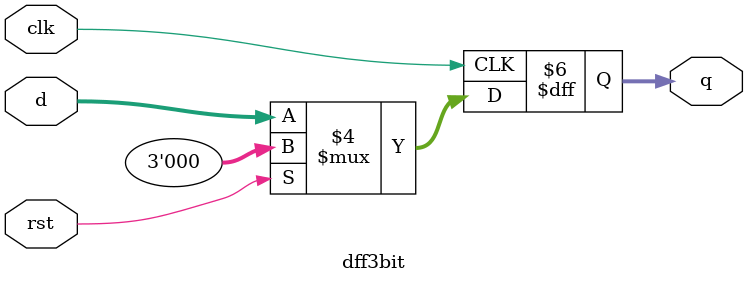
<source format=v>
`timescale 1ns / 1ps

module dff3bit (clk,rst,d,q);
  input clk;
  input rst;
  input[2:0] d;
  output reg[2:0] q;

  always @(posedge clk)
		begin
		  if(rst==1) 
			begin
				q<=0;
			end
		  else 
			begin 
				q<=d;
			end
		end

endmodule

</source>
